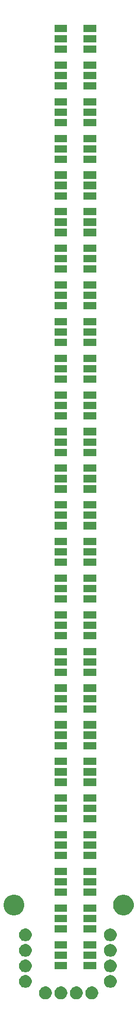
<source format=gbr>
G04 #@! TF.GenerationSoftware,KiCad,Pcbnew,(5.1.4)-1*
G04 #@! TF.CreationDate,2019-09-16T17:16:43+02:00*
G04 #@! TF.ProjectId,LED_Leiste,4c45445f-4c65-4697-9374-652e6b696361,rev?*
G04 #@! TF.SameCoordinates,Original*
G04 #@! TF.FileFunction,Soldermask,Top*
G04 #@! TF.FilePolarity,Negative*
%FSLAX46Y46*%
G04 Gerber Fmt 4.6, Leading zero omitted, Abs format (unit mm)*
G04 Created by KiCad (PCBNEW (5.1.4)-1) date 2019-09-16 17:16:43*
%MOMM*%
%LPD*%
G04 APERTURE LIST*
%ADD10C,0.100000*%
G04 APERTURE END LIST*
D10*
G36*
X304116564Y-203379389D02*
G01*
X304307833Y-203458615D01*
X304307835Y-203458616D01*
X304385649Y-203510610D01*
X304479973Y-203573635D01*
X304626365Y-203720027D01*
X304741385Y-203892167D01*
X304820611Y-204083436D01*
X304861000Y-204286484D01*
X304861000Y-204493516D01*
X304820611Y-204696564D01*
X304741385Y-204887833D01*
X304741384Y-204887835D01*
X304626365Y-205059973D01*
X304479973Y-205206365D01*
X304307835Y-205321384D01*
X304307834Y-205321385D01*
X304307833Y-205321385D01*
X304116564Y-205400611D01*
X303913516Y-205441000D01*
X303706484Y-205441000D01*
X303503436Y-205400611D01*
X303312167Y-205321385D01*
X303312166Y-205321385D01*
X303312165Y-205321384D01*
X303140027Y-205206365D01*
X302993635Y-205059973D01*
X302878616Y-204887835D01*
X302878615Y-204887833D01*
X302799389Y-204696564D01*
X302759000Y-204493516D01*
X302759000Y-204286484D01*
X302799389Y-204083436D01*
X302878615Y-203892167D01*
X302993635Y-203720027D01*
X303140027Y-203573635D01*
X303234351Y-203510610D01*
X303312165Y-203458616D01*
X303312167Y-203458615D01*
X303503436Y-203379389D01*
X303706484Y-203339000D01*
X303913516Y-203339000D01*
X304116564Y-203379389D01*
X304116564Y-203379389D01*
G37*
G36*
X301576564Y-203379389D02*
G01*
X301767833Y-203458615D01*
X301767835Y-203458616D01*
X301845649Y-203510610D01*
X301939973Y-203573635D01*
X302086365Y-203720027D01*
X302201385Y-203892167D01*
X302280611Y-204083436D01*
X302321000Y-204286484D01*
X302321000Y-204493516D01*
X302280611Y-204696564D01*
X302201385Y-204887833D01*
X302201384Y-204887835D01*
X302086365Y-205059973D01*
X301939973Y-205206365D01*
X301767835Y-205321384D01*
X301767834Y-205321385D01*
X301767833Y-205321385D01*
X301576564Y-205400611D01*
X301373516Y-205441000D01*
X301166484Y-205441000D01*
X300963436Y-205400611D01*
X300772167Y-205321385D01*
X300772166Y-205321385D01*
X300772165Y-205321384D01*
X300600027Y-205206365D01*
X300453635Y-205059973D01*
X300338616Y-204887835D01*
X300338615Y-204887833D01*
X300259389Y-204696564D01*
X300219000Y-204493516D01*
X300219000Y-204286484D01*
X300259389Y-204083436D01*
X300338615Y-203892167D01*
X300453635Y-203720027D01*
X300600027Y-203573635D01*
X300694351Y-203510610D01*
X300772165Y-203458616D01*
X300772167Y-203458615D01*
X300963436Y-203379389D01*
X301166484Y-203339000D01*
X301373516Y-203339000D01*
X301576564Y-203379389D01*
X301576564Y-203379389D01*
G37*
G36*
X296496564Y-203379389D02*
G01*
X296687833Y-203458615D01*
X296687835Y-203458616D01*
X296765649Y-203510610D01*
X296859973Y-203573635D01*
X297006365Y-203720027D01*
X297121385Y-203892167D01*
X297200611Y-204083436D01*
X297241000Y-204286484D01*
X297241000Y-204493516D01*
X297200611Y-204696564D01*
X297121385Y-204887833D01*
X297121384Y-204887835D01*
X297006365Y-205059973D01*
X296859973Y-205206365D01*
X296687835Y-205321384D01*
X296687834Y-205321385D01*
X296687833Y-205321385D01*
X296496564Y-205400611D01*
X296293516Y-205441000D01*
X296086484Y-205441000D01*
X295883436Y-205400611D01*
X295692167Y-205321385D01*
X295692166Y-205321385D01*
X295692165Y-205321384D01*
X295520027Y-205206365D01*
X295373635Y-205059973D01*
X295258616Y-204887835D01*
X295258615Y-204887833D01*
X295179389Y-204696564D01*
X295139000Y-204493516D01*
X295139000Y-204286484D01*
X295179389Y-204083436D01*
X295258615Y-203892167D01*
X295373635Y-203720027D01*
X295520027Y-203573635D01*
X295614351Y-203510610D01*
X295692165Y-203458616D01*
X295692167Y-203458615D01*
X295883436Y-203379389D01*
X296086484Y-203339000D01*
X296293516Y-203339000D01*
X296496564Y-203379389D01*
X296496564Y-203379389D01*
G37*
G36*
X299036564Y-203379389D02*
G01*
X299227833Y-203458615D01*
X299227835Y-203458616D01*
X299305649Y-203510610D01*
X299399973Y-203573635D01*
X299546365Y-203720027D01*
X299661385Y-203892167D01*
X299740611Y-204083436D01*
X299781000Y-204286484D01*
X299781000Y-204493516D01*
X299740611Y-204696564D01*
X299661385Y-204887833D01*
X299661384Y-204887835D01*
X299546365Y-205059973D01*
X299399973Y-205206365D01*
X299227835Y-205321384D01*
X299227834Y-205321385D01*
X299227833Y-205321385D01*
X299036564Y-205400611D01*
X298833516Y-205441000D01*
X298626484Y-205441000D01*
X298423436Y-205400611D01*
X298232167Y-205321385D01*
X298232166Y-205321385D01*
X298232165Y-205321384D01*
X298060027Y-205206365D01*
X297913635Y-205059973D01*
X297798616Y-204887835D01*
X297798615Y-204887833D01*
X297719389Y-204696564D01*
X297679000Y-204493516D01*
X297679000Y-204286484D01*
X297719389Y-204083436D01*
X297798615Y-203892167D01*
X297913635Y-203720027D01*
X298060027Y-203573635D01*
X298154351Y-203510610D01*
X298232165Y-203458616D01*
X298232167Y-203458615D01*
X298423436Y-203379389D01*
X298626484Y-203339000D01*
X298833516Y-203339000D01*
X299036564Y-203379389D01*
X299036564Y-203379389D01*
G37*
G36*
X293196564Y-201489389D02*
G01*
X293387833Y-201568615D01*
X293387835Y-201568616D01*
X293559973Y-201683635D01*
X293706365Y-201830027D01*
X293821385Y-202002167D01*
X293900611Y-202193436D01*
X293941000Y-202396484D01*
X293941000Y-202603516D01*
X293900611Y-202806564D01*
X293821385Y-202997833D01*
X293821384Y-202997835D01*
X293706365Y-203169973D01*
X293559973Y-203316365D01*
X293387835Y-203431384D01*
X293387834Y-203431385D01*
X293387833Y-203431385D01*
X293196564Y-203510611D01*
X292993516Y-203551000D01*
X292786484Y-203551000D01*
X292583436Y-203510611D01*
X292392167Y-203431385D01*
X292392166Y-203431385D01*
X292392165Y-203431384D01*
X292220027Y-203316365D01*
X292073635Y-203169973D01*
X291958616Y-202997835D01*
X291958615Y-202997833D01*
X291879389Y-202806564D01*
X291839000Y-202603516D01*
X291839000Y-202396484D01*
X291879389Y-202193436D01*
X291958615Y-202002167D01*
X292073635Y-201830027D01*
X292220027Y-201683635D01*
X292392165Y-201568616D01*
X292392167Y-201568615D01*
X292583436Y-201489389D01*
X292786484Y-201449000D01*
X292993516Y-201449000D01*
X293196564Y-201489389D01*
X293196564Y-201489389D01*
G37*
G36*
X307146564Y-201489389D02*
G01*
X307337833Y-201568615D01*
X307337835Y-201568616D01*
X307509973Y-201683635D01*
X307656365Y-201830027D01*
X307771385Y-202002167D01*
X307850611Y-202193436D01*
X307891000Y-202396484D01*
X307891000Y-202603516D01*
X307850611Y-202806564D01*
X307771385Y-202997833D01*
X307771384Y-202997835D01*
X307656365Y-203169973D01*
X307509973Y-203316365D01*
X307337835Y-203431384D01*
X307337834Y-203431385D01*
X307337833Y-203431385D01*
X307146564Y-203510611D01*
X306943516Y-203551000D01*
X306736484Y-203551000D01*
X306533436Y-203510611D01*
X306342167Y-203431385D01*
X306342166Y-203431385D01*
X306342165Y-203431384D01*
X306170027Y-203316365D01*
X306023635Y-203169973D01*
X305908616Y-202997835D01*
X305908615Y-202997833D01*
X305829389Y-202806564D01*
X305789000Y-202603516D01*
X305789000Y-202396484D01*
X305829389Y-202193436D01*
X305908615Y-202002167D01*
X306023635Y-201830027D01*
X306170027Y-201683635D01*
X306342165Y-201568616D01*
X306342167Y-201568615D01*
X306533436Y-201489389D01*
X306736484Y-201449000D01*
X306943516Y-201449000D01*
X307146564Y-201489389D01*
X307146564Y-201489389D01*
G37*
G36*
X293196564Y-198949389D02*
G01*
X293387833Y-199028615D01*
X293387835Y-199028616D01*
X293559973Y-199143635D01*
X293706365Y-199290027D01*
X293821385Y-199462167D01*
X293900611Y-199653436D01*
X293941000Y-199856484D01*
X293941000Y-200063516D01*
X293900611Y-200266564D01*
X293821385Y-200457833D01*
X293821384Y-200457835D01*
X293706365Y-200629973D01*
X293559973Y-200776365D01*
X293387835Y-200891384D01*
X293387834Y-200891385D01*
X293387833Y-200891385D01*
X293196564Y-200970611D01*
X292993516Y-201011000D01*
X292786484Y-201011000D01*
X292583436Y-200970611D01*
X292392167Y-200891385D01*
X292392166Y-200891385D01*
X292392165Y-200891384D01*
X292220027Y-200776365D01*
X292073635Y-200629973D01*
X291958616Y-200457835D01*
X291958615Y-200457833D01*
X291879389Y-200266564D01*
X291839000Y-200063516D01*
X291839000Y-199856484D01*
X291879389Y-199653436D01*
X291958615Y-199462167D01*
X292073635Y-199290027D01*
X292220027Y-199143635D01*
X292392165Y-199028616D01*
X292392167Y-199028615D01*
X292583436Y-198949389D01*
X292786484Y-198909000D01*
X292993516Y-198909000D01*
X293196564Y-198949389D01*
X293196564Y-198949389D01*
G37*
G36*
X307146564Y-198949389D02*
G01*
X307337833Y-199028615D01*
X307337835Y-199028616D01*
X307509973Y-199143635D01*
X307656365Y-199290027D01*
X307771385Y-199462167D01*
X307850611Y-199653436D01*
X307891000Y-199856484D01*
X307891000Y-200063516D01*
X307850611Y-200266564D01*
X307771385Y-200457833D01*
X307771384Y-200457835D01*
X307656365Y-200629973D01*
X307509973Y-200776365D01*
X307337835Y-200891384D01*
X307337834Y-200891385D01*
X307337833Y-200891385D01*
X307146564Y-200970611D01*
X306943516Y-201011000D01*
X306736484Y-201011000D01*
X306533436Y-200970611D01*
X306342167Y-200891385D01*
X306342166Y-200891385D01*
X306342165Y-200891384D01*
X306170027Y-200776365D01*
X306023635Y-200629973D01*
X305908616Y-200457835D01*
X305908615Y-200457833D01*
X305829389Y-200266564D01*
X305789000Y-200063516D01*
X305789000Y-199856484D01*
X305829389Y-199653436D01*
X305908615Y-199462167D01*
X306023635Y-199290027D01*
X306170027Y-199143635D01*
X306342165Y-199028616D01*
X306342167Y-199028615D01*
X306533436Y-198949389D01*
X306736484Y-198909000D01*
X306943516Y-198909000D01*
X307146564Y-198949389D01*
X307146564Y-198949389D01*
G37*
G36*
X299751000Y-200501000D02*
G01*
X297649000Y-200501000D01*
X297649000Y-199299000D01*
X299751000Y-199299000D01*
X299751000Y-200501000D01*
X299751000Y-200501000D01*
G37*
G36*
X304551000Y-200501000D02*
G01*
X302449000Y-200501000D01*
X302449000Y-199299000D01*
X304551000Y-199299000D01*
X304551000Y-200501000D01*
X304551000Y-200501000D01*
G37*
G36*
X299751000Y-198801000D02*
G01*
X297649000Y-198801000D01*
X297649000Y-197599000D01*
X299751000Y-197599000D01*
X299751000Y-198801000D01*
X299751000Y-198801000D01*
G37*
G36*
X304551000Y-198801000D02*
G01*
X302449000Y-198801000D01*
X302449000Y-197599000D01*
X304551000Y-197599000D01*
X304551000Y-198801000D01*
X304551000Y-198801000D01*
G37*
G36*
X293196564Y-196409389D02*
G01*
X293387833Y-196488615D01*
X293387835Y-196488616D01*
X293559973Y-196603635D01*
X293706365Y-196750027D01*
X293821385Y-196922167D01*
X293900611Y-197113436D01*
X293941000Y-197316484D01*
X293941000Y-197523516D01*
X293900611Y-197726564D01*
X293821385Y-197917833D01*
X293821384Y-197917835D01*
X293706365Y-198089973D01*
X293559973Y-198236365D01*
X293387835Y-198351384D01*
X293387834Y-198351385D01*
X293387833Y-198351385D01*
X293196564Y-198430611D01*
X292993516Y-198471000D01*
X292786484Y-198471000D01*
X292583436Y-198430611D01*
X292392167Y-198351385D01*
X292392166Y-198351385D01*
X292392165Y-198351384D01*
X292220027Y-198236365D01*
X292073635Y-198089973D01*
X291958616Y-197917835D01*
X291958615Y-197917833D01*
X291879389Y-197726564D01*
X291839000Y-197523516D01*
X291839000Y-197316484D01*
X291879389Y-197113436D01*
X291958615Y-196922167D01*
X292073635Y-196750027D01*
X292220027Y-196603635D01*
X292392165Y-196488616D01*
X292392167Y-196488615D01*
X292583436Y-196409389D01*
X292786484Y-196369000D01*
X292993516Y-196369000D01*
X293196564Y-196409389D01*
X293196564Y-196409389D01*
G37*
G36*
X307146564Y-196409389D02*
G01*
X307337833Y-196488615D01*
X307337835Y-196488616D01*
X307509973Y-196603635D01*
X307656365Y-196750027D01*
X307771385Y-196922167D01*
X307850611Y-197113436D01*
X307891000Y-197316484D01*
X307891000Y-197523516D01*
X307850611Y-197726564D01*
X307771385Y-197917833D01*
X307771384Y-197917835D01*
X307656365Y-198089973D01*
X307509973Y-198236365D01*
X307337835Y-198351384D01*
X307337834Y-198351385D01*
X307337833Y-198351385D01*
X307146564Y-198430611D01*
X306943516Y-198471000D01*
X306736484Y-198471000D01*
X306533436Y-198430611D01*
X306342167Y-198351385D01*
X306342166Y-198351385D01*
X306342165Y-198351384D01*
X306170027Y-198236365D01*
X306023635Y-198089973D01*
X305908616Y-197917835D01*
X305908615Y-197917833D01*
X305829389Y-197726564D01*
X305789000Y-197523516D01*
X305789000Y-197316484D01*
X305829389Y-197113436D01*
X305908615Y-196922167D01*
X306023635Y-196750027D01*
X306170027Y-196603635D01*
X306342165Y-196488616D01*
X306342167Y-196488615D01*
X306533436Y-196409389D01*
X306736484Y-196369000D01*
X306943516Y-196369000D01*
X307146564Y-196409389D01*
X307146564Y-196409389D01*
G37*
G36*
X304551000Y-197101000D02*
G01*
X302449000Y-197101000D01*
X302449000Y-195899000D01*
X304551000Y-195899000D01*
X304551000Y-197101000D01*
X304551000Y-197101000D01*
G37*
G36*
X299751000Y-197101000D02*
G01*
X297649000Y-197101000D01*
X297649000Y-195899000D01*
X299751000Y-195899000D01*
X299751000Y-197101000D01*
X299751000Y-197101000D01*
G37*
G36*
X293196564Y-193869389D02*
G01*
X293387833Y-193948615D01*
X293387835Y-193948616D01*
X293559973Y-194063635D01*
X293706365Y-194210027D01*
X293821385Y-194382167D01*
X293900611Y-194573436D01*
X293941000Y-194776484D01*
X293941000Y-194983516D01*
X293900611Y-195186564D01*
X293821385Y-195377833D01*
X293821384Y-195377835D01*
X293706365Y-195549973D01*
X293559973Y-195696365D01*
X293387835Y-195811384D01*
X293387834Y-195811385D01*
X293387833Y-195811385D01*
X293196564Y-195890611D01*
X292993516Y-195931000D01*
X292786484Y-195931000D01*
X292583436Y-195890611D01*
X292392167Y-195811385D01*
X292392166Y-195811385D01*
X292392165Y-195811384D01*
X292220027Y-195696365D01*
X292073635Y-195549973D01*
X291958616Y-195377835D01*
X291958615Y-195377833D01*
X291879389Y-195186564D01*
X291839000Y-194983516D01*
X291839000Y-194776484D01*
X291879389Y-194573436D01*
X291958615Y-194382167D01*
X292073635Y-194210027D01*
X292220027Y-194063635D01*
X292392165Y-193948616D01*
X292392167Y-193948615D01*
X292583436Y-193869389D01*
X292786484Y-193829000D01*
X292993516Y-193829000D01*
X293196564Y-193869389D01*
X293196564Y-193869389D01*
G37*
G36*
X307146564Y-193869389D02*
G01*
X307337833Y-193948615D01*
X307337835Y-193948616D01*
X307509973Y-194063635D01*
X307656365Y-194210027D01*
X307771385Y-194382167D01*
X307850611Y-194573436D01*
X307891000Y-194776484D01*
X307891000Y-194983516D01*
X307850611Y-195186564D01*
X307771385Y-195377833D01*
X307771384Y-195377835D01*
X307656365Y-195549973D01*
X307509973Y-195696365D01*
X307337835Y-195811384D01*
X307337834Y-195811385D01*
X307337833Y-195811385D01*
X307146564Y-195890611D01*
X306943516Y-195931000D01*
X306736484Y-195931000D01*
X306533436Y-195890611D01*
X306342167Y-195811385D01*
X306342166Y-195811385D01*
X306342165Y-195811384D01*
X306170027Y-195696365D01*
X306023635Y-195549973D01*
X305908616Y-195377835D01*
X305908615Y-195377833D01*
X305829389Y-195186564D01*
X305789000Y-194983516D01*
X305789000Y-194776484D01*
X305829389Y-194573436D01*
X305908615Y-194382167D01*
X306023635Y-194210027D01*
X306170027Y-194063635D01*
X306342165Y-193948616D01*
X306342167Y-193948615D01*
X306533436Y-193869389D01*
X306736484Y-193829000D01*
X306943516Y-193829000D01*
X307146564Y-193869389D01*
X307146564Y-193869389D01*
G37*
G36*
X299751000Y-194501000D02*
G01*
X297649000Y-194501000D01*
X297649000Y-193299000D01*
X299751000Y-193299000D01*
X299751000Y-194501000D01*
X299751000Y-194501000D01*
G37*
G36*
X304551000Y-194501000D02*
G01*
X302449000Y-194501000D01*
X302449000Y-193299000D01*
X304551000Y-193299000D01*
X304551000Y-194501000D01*
X304551000Y-194501000D01*
G37*
G36*
X299751000Y-192801000D02*
G01*
X297649000Y-192801000D01*
X297649000Y-191599000D01*
X299751000Y-191599000D01*
X299751000Y-192801000D01*
X299751000Y-192801000D01*
G37*
G36*
X304551000Y-192801000D02*
G01*
X302449000Y-192801000D01*
X302449000Y-191599000D01*
X304551000Y-191599000D01*
X304551000Y-192801000D01*
X304551000Y-192801000D01*
G37*
G36*
X291496162Y-188364368D02*
G01*
X291805724Y-188492593D01*
X291805725Y-188492594D01*
X292084324Y-188678747D01*
X292321253Y-188915676D01*
X292445637Y-189101830D01*
X292507407Y-189194276D01*
X292635632Y-189503838D01*
X292701000Y-189832465D01*
X292701000Y-190167535D01*
X292635632Y-190496162D01*
X292507407Y-190805724D01*
X292507406Y-190805725D01*
X292321253Y-191084324D01*
X292084324Y-191321253D01*
X291898170Y-191445637D01*
X291805724Y-191507407D01*
X291496162Y-191635632D01*
X291167535Y-191701000D01*
X290832465Y-191701000D01*
X290503838Y-191635632D01*
X290194276Y-191507407D01*
X290101830Y-191445637D01*
X289915676Y-191321253D01*
X289678747Y-191084324D01*
X289492594Y-190805725D01*
X289492593Y-190805724D01*
X289364368Y-190496162D01*
X289299000Y-190167535D01*
X289299000Y-189832465D01*
X289364368Y-189503838D01*
X289492593Y-189194276D01*
X289554363Y-189101830D01*
X289678747Y-188915676D01*
X289915676Y-188678747D01*
X290194275Y-188492594D01*
X290194276Y-188492593D01*
X290503838Y-188364368D01*
X290832465Y-188299000D01*
X291167535Y-188299000D01*
X291496162Y-188364368D01*
X291496162Y-188364368D01*
G37*
G36*
X309496162Y-188364368D02*
G01*
X309805724Y-188492593D01*
X309805725Y-188492594D01*
X310084324Y-188678747D01*
X310321253Y-188915676D01*
X310445637Y-189101830D01*
X310507407Y-189194276D01*
X310635632Y-189503838D01*
X310701000Y-189832465D01*
X310701000Y-190167535D01*
X310635632Y-190496162D01*
X310507407Y-190805724D01*
X310507406Y-190805725D01*
X310321253Y-191084324D01*
X310084324Y-191321253D01*
X309898170Y-191445637D01*
X309805724Y-191507407D01*
X309496162Y-191635632D01*
X309167535Y-191701000D01*
X308832465Y-191701000D01*
X308503838Y-191635632D01*
X308194276Y-191507407D01*
X308101830Y-191445637D01*
X307915676Y-191321253D01*
X307678747Y-191084324D01*
X307492594Y-190805725D01*
X307492593Y-190805724D01*
X307364368Y-190496162D01*
X307299000Y-190167535D01*
X307299000Y-189832465D01*
X307364368Y-189503838D01*
X307492593Y-189194276D01*
X307554363Y-189101830D01*
X307678747Y-188915676D01*
X307915676Y-188678747D01*
X308194275Y-188492594D01*
X308194276Y-188492593D01*
X308503838Y-188364368D01*
X308832465Y-188299000D01*
X309167535Y-188299000D01*
X309496162Y-188364368D01*
X309496162Y-188364368D01*
G37*
G36*
X299751000Y-191101000D02*
G01*
X297649000Y-191101000D01*
X297649000Y-189899000D01*
X299751000Y-189899000D01*
X299751000Y-191101000D01*
X299751000Y-191101000D01*
G37*
G36*
X304551000Y-191101000D02*
G01*
X302449000Y-191101000D01*
X302449000Y-189899000D01*
X304551000Y-189899000D01*
X304551000Y-191101000D01*
X304551000Y-191101000D01*
G37*
G36*
X304551000Y-188501000D02*
G01*
X302449000Y-188501000D01*
X302449000Y-187299000D01*
X304551000Y-187299000D01*
X304551000Y-188501000D01*
X304551000Y-188501000D01*
G37*
G36*
X299751000Y-188501000D02*
G01*
X297649000Y-188501000D01*
X297649000Y-187299000D01*
X299751000Y-187299000D01*
X299751000Y-188501000D01*
X299751000Y-188501000D01*
G37*
G36*
X299751000Y-186801000D02*
G01*
X297649000Y-186801000D01*
X297649000Y-185599000D01*
X299751000Y-185599000D01*
X299751000Y-186801000D01*
X299751000Y-186801000D01*
G37*
G36*
X304551000Y-186801000D02*
G01*
X302449000Y-186801000D01*
X302449000Y-185599000D01*
X304551000Y-185599000D01*
X304551000Y-186801000D01*
X304551000Y-186801000D01*
G37*
G36*
X299751000Y-185101000D02*
G01*
X297649000Y-185101000D01*
X297649000Y-183899000D01*
X299751000Y-183899000D01*
X299751000Y-185101000D01*
X299751000Y-185101000D01*
G37*
G36*
X304551000Y-185101000D02*
G01*
X302449000Y-185101000D01*
X302449000Y-183899000D01*
X304551000Y-183899000D01*
X304551000Y-185101000D01*
X304551000Y-185101000D01*
G37*
G36*
X299751000Y-182501000D02*
G01*
X297649000Y-182501000D01*
X297649000Y-181299000D01*
X299751000Y-181299000D01*
X299751000Y-182501000D01*
X299751000Y-182501000D01*
G37*
G36*
X304551000Y-182501000D02*
G01*
X302449000Y-182501000D01*
X302449000Y-181299000D01*
X304551000Y-181299000D01*
X304551000Y-182501000D01*
X304551000Y-182501000D01*
G37*
G36*
X299751000Y-180801000D02*
G01*
X297649000Y-180801000D01*
X297649000Y-179599000D01*
X299751000Y-179599000D01*
X299751000Y-180801000D01*
X299751000Y-180801000D01*
G37*
G36*
X304551000Y-180801000D02*
G01*
X302449000Y-180801000D01*
X302449000Y-179599000D01*
X304551000Y-179599000D01*
X304551000Y-180801000D01*
X304551000Y-180801000D01*
G37*
G36*
X304551000Y-179101000D02*
G01*
X302449000Y-179101000D01*
X302449000Y-177899000D01*
X304551000Y-177899000D01*
X304551000Y-179101000D01*
X304551000Y-179101000D01*
G37*
G36*
X299751000Y-179101000D02*
G01*
X297649000Y-179101000D01*
X297649000Y-177899000D01*
X299751000Y-177899000D01*
X299751000Y-179101000D01*
X299751000Y-179101000D01*
G37*
G36*
X304551000Y-176501000D02*
G01*
X302449000Y-176501000D01*
X302449000Y-175299000D01*
X304551000Y-175299000D01*
X304551000Y-176501000D01*
X304551000Y-176501000D01*
G37*
G36*
X299751000Y-176501000D02*
G01*
X297649000Y-176501000D01*
X297649000Y-175299000D01*
X299751000Y-175299000D01*
X299751000Y-176501000D01*
X299751000Y-176501000D01*
G37*
G36*
X299751000Y-174801000D02*
G01*
X297649000Y-174801000D01*
X297649000Y-173599000D01*
X299751000Y-173599000D01*
X299751000Y-174801000D01*
X299751000Y-174801000D01*
G37*
G36*
X304551000Y-174801000D02*
G01*
X302449000Y-174801000D01*
X302449000Y-173599000D01*
X304551000Y-173599000D01*
X304551000Y-174801000D01*
X304551000Y-174801000D01*
G37*
G36*
X304551000Y-173101000D02*
G01*
X302449000Y-173101000D01*
X302449000Y-171899000D01*
X304551000Y-171899000D01*
X304551000Y-173101000D01*
X304551000Y-173101000D01*
G37*
G36*
X299751000Y-173101000D02*
G01*
X297649000Y-173101000D01*
X297649000Y-171899000D01*
X299751000Y-171899000D01*
X299751000Y-173101000D01*
X299751000Y-173101000D01*
G37*
G36*
X304551000Y-170501000D02*
G01*
X302449000Y-170501000D01*
X302449000Y-169299000D01*
X304551000Y-169299000D01*
X304551000Y-170501000D01*
X304551000Y-170501000D01*
G37*
G36*
X299751000Y-170501000D02*
G01*
X297649000Y-170501000D01*
X297649000Y-169299000D01*
X299751000Y-169299000D01*
X299751000Y-170501000D01*
X299751000Y-170501000D01*
G37*
G36*
X299751000Y-168801000D02*
G01*
X297649000Y-168801000D01*
X297649000Y-167599000D01*
X299751000Y-167599000D01*
X299751000Y-168801000D01*
X299751000Y-168801000D01*
G37*
G36*
X304551000Y-168801000D02*
G01*
X302449000Y-168801000D01*
X302449000Y-167599000D01*
X304551000Y-167599000D01*
X304551000Y-168801000D01*
X304551000Y-168801000D01*
G37*
G36*
X304551000Y-167101000D02*
G01*
X302449000Y-167101000D01*
X302449000Y-165899000D01*
X304551000Y-165899000D01*
X304551000Y-167101000D01*
X304551000Y-167101000D01*
G37*
G36*
X299751000Y-167101000D02*
G01*
X297649000Y-167101000D01*
X297649000Y-165899000D01*
X299751000Y-165899000D01*
X299751000Y-167101000D01*
X299751000Y-167101000D01*
G37*
G36*
X299751000Y-164501000D02*
G01*
X297649000Y-164501000D01*
X297649000Y-163299000D01*
X299751000Y-163299000D01*
X299751000Y-164501000D01*
X299751000Y-164501000D01*
G37*
G36*
X304551000Y-164501000D02*
G01*
X302449000Y-164501000D01*
X302449000Y-163299000D01*
X304551000Y-163299000D01*
X304551000Y-164501000D01*
X304551000Y-164501000D01*
G37*
G36*
X299751000Y-162801000D02*
G01*
X297649000Y-162801000D01*
X297649000Y-161599000D01*
X299751000Y-161599000D01*
X299751000Y-162801000D01*
X299751000Y-162801000D01*
G37*
G36*
X304551000Y-162801000D02*
G01*
X302449000Y-162801000D01*
X302449000Y-161599000D01*
X304551000Y-161599000D01*
X304551000Y-162801000D01*
X304551000Y-162801000D01*
G37*
G36*
X299751000Y-161101000D02*
G01*
X297649000Y-161101000D01*
X297649000Y-159899000D01*
X299751000Y-159899000D01*
X299751000Y-161101000D01*
X299751000Y-161101000D01*
G37*
G36*
X304551000Y-161101000D02*
G01*
X302449000Y-161101000D01*
X302449000Y-159899000D01*
X304551000Y-159899000D01*
X304551000Y-161101000D01*
X304551000Y-161101000D01*
G37*
G36*
X299751000Y-158501000D02*
G01*
X297649000Y-158501000D01*
X297649000Y-157299000D01*
X299751000Y-157299000D01*
X299751000Y-158501000D01*
X299751000Y-158501000D01*
G37*
G36*
X304551000Y-158501000D02*
G01*
X302449000Y-158501000D01*
X302449000Y-157299000D01*
X304551000Y-157299000D01*
X304551000Y-158501000D01*
X304551000Y-158501000D01*
G37*
G36*
X299751000Y-156801000D02*
G01*
X297649000Y-156801000D01*
X297649000Y-155599000D01*
X299751000Y-155599000D01*
X299751000Y-156801000D01*
X299751000Y-156801000D01*
G37*
G36*
X304551000Y-156801000D02*
G01*
X302449000Y-156801000D01*
X302449000Y-155599000D01*
X304551000Y-155599000D01*
X304551000Y-156801000D01*
X304551000Y-156801000D01*
G37*
G36*
X299751000Y-155101000D02*
G01*
X297649000Y-155101000D01*
X297649000Y-153899000D01*
X299751000Y-153899000D01*
X299751000Y-155101000D01*
X299751000Y-155101000D01*
G37*
G36*
X304551000Y-155101000D02*
G01*
X302449000Y-155101000D01*
X302449000Y-153899000D01*
X304551000Y-153899000D01*
X304551000Y-155101000D01*
X304551000Y-155101000D01*
G37*
G36*
X304551000Y-152501000D02*
G01*
X302449000Y-152501000D01*
X302449000Y-151299000D01*
X304551000Y-151299000D01*
X304551000Y-152501000D01*
X304551000Y-152501000D01*
G37*
G36*
X299751000Y-152501000D02*
G01*
X297649000Y-152501000D01*
X297649000Y-151299000D01*
X299751000Y-151299000D01*
X299751000Y-152501000D01*
X299751000Y-152501000D01*
G37*
G36*
X299751000Y-150801000D02*
G01*
X297649000Y-150801000D01*
X297649000Y-149599000D01*
X299751000Y-149599000D01*
X299751000Y-150801000D01*
X299751000Y-150801000D01*
G37*
G36*
X304551000Y-150801000D02*
G01*
X302449000Y-150801000D01*
X302449000Y-149599000D01*
X304551000Y-149599000D01*
X304551000Y-150801000D01*
X304551000Y-150801000D01*
G37*
G36*
X299751000Y-149101000D02*
G01*
X297649000Y-149101000D01*
X297649000Y-147899000D01*
X299751000Y-147899000D01*
X299751000Y-149101000D01*
X299751000Y-149101000D01*
G37*
G36*
X304551000Y-149101000D02*
G01*
X302449000Y-149101000D01*
X302449000Y-147899000D01*
X304551000Y-147899000D01*
X304551000Y-149101000D01*
X304551000Y-149101000D01*
G37*
G36*
X299751000Y-146501000D02*
G01*
X297649000Y-146501000D01*
X297649000Y-145299000D01*
X299751000Y-145299000D01*
X299751000Y-146501000D01*
X299751000Y-146501000D01*
G37*
G36*
X304551000Y-146501000D02*
G01*
X302449000Y-146501000D01*
X302449000Y-145299000D01*
X304551000Y-145299000D01*
X304551000Y-146501000D01*
X304551000Y-146501000D01*
G37*
G36*
X304551000Y-144801000D02*
G01*
X302449000Y-144801000D01*
X302449000Y-143599000D01*
X304551000Y-143599000D01*
X304551000Y-144801000D01*
X304551000Y-144801000D01*
G37*
G36*
X299751000Y-144801000D02*
G01*
X297649000Y-144801000D01*
X297649000Y-143599000D01*
X299751000Y-143599000D01*
X299751000Y-144801000D01*
X299751000Y-144801000D01*
G37*
G36*
X299751000Y-143101000D02*
G01*
X297649000Y-143101000D01*
X297649000Y-141899000D01*
X299751000Y-141899000D01*
X299751000Y-143101000D01*
X299751000Y-143101000D01*
G37*
G36*
X304551000Y-143101000D02*
G01*
X302449000Y-143101000D01*
X302449000Y-141899000D01*
X304551000Y-141899000D01*
X304551000Y-143101000D01*
X304551000Y-143101000D01*
G37*
G36*
X304551000Y-140501000D02*
G01*
X302449000Y-140501000D01*
X302449000Y-139299000D01*
X304551000Y-139299000D01*
X304551000Y-140501000D01*
X304551000Y-140501000D01*
G37*
G36*
X299751000Y-140501000D02*
G01*
X297649000Y-140501000D01*
X297649000Y-139299000D01*
X299751000Y-139299000D01*
X299751000Y-140501000D01*
X299751000Y-140501000D01*
G37*
G36*
X304551000Y-138801000D02*
G01*
X302449000Y-138801000D01*
X302449000Y-137599000D01*
X304551000Y-137599000D01*
X304551000Y-138801000D01*
X304551000Y-138801000D01*
G37*
G36*
X299751000Y-138801000D02*
G01*
X297649000Y-138801000D01*
X297649000Y-137599000D01*
X299751000Y-137599000D01*
X299751000Y-138801000D01*
X299751000Y-138801000D01*
G37*
G36*
X299751000Y-137101000D02*
G01*
X297649000Y-137101000D01*
X297649000Y-135899000D01*
X299751000Y-135899000D01*
X299751000Y-137101000D01*
X299751000Y-137101000D01*
G37*
G36*
X304551000Y-137101000D02*
G01*
X302449000Y-137101000D01*
X302449000Y-135899000D01*
X304551000Y-135899000D01*
X304551000Y-137101000D01*
X304551000Y-137101000D01*
G37*
G36*
X304551000Y-134501000D02*
G01*
X302449000Y-134501000D01*
X302449000Y-133299000D01*
X304551000Y-133299000D01*
X304551000Y-134501000D01*
X304551000Y-134501000D01*
G37*
G36*
X299751000Y-134501000D02*
G01*
X297649000Y-134501000D01*
X297649000Y-133299000D01*
X299751000Y-133299000D01*
X299751000Y-134501000D01*
X299751000Y-134501000D01*
G37*
G36*
X304551000Y-132801000D02*
G01*
X302449000Y-132801000D01*
X302449000Y-131599000D01*
X304551000Y-131599000D01*
X304551000Y-132801000D01*
X304551000Y-132801000D01*
G37*
G36*
X299751000Y-132801000D02*
G01*
X297649000Y-132801000D01*
X297649000Y-131599000D01*
X299751000Y-131599000D01*
X299751000Y-132801000D01*
X299751000Y-132801000D01*
G37*
G36*
X299751000Y-131101000D02*
G01*
X297649000Y-131101000D01*
X297649000Y-129899000D01*
X299751000Y-129899000D01*
X299751000Y-131101000D01*
X299751000Y-131101000D01*
G37*
G36*
X304551000Y-131101000D02*
G01*
X302449000Y-131101000D01*
X302449000Y-129899000D01*
X304551000Y-129899000D01*
X304551000Y-131101000D01*
X304551000Y-131101000D01*
G37*
G36*
X299751000Y-128501000D02*
G01*
X297649000Y-128501000D01*
X297649000Y-127299000D01*
X299751000Y-127299000D01*
X299751000Y-128501000D01*
X299751000Y-128501000D01*
G37*
G36*
X304551000Y-128501000D02*
G01*
X302449000Y-128501000D01*
X302449000Y-127299000D01*
X304551000Y-127299000D01*
X304551000Y-128501000D01*
X304551000Y-128501000D01*
G37*
G36*
X299751000Y-126801000D02*
G01*
X297649000Y-126801000D01*
X297649000Y-125599000D01*
X299751000Y-125599000D01*
X299751000Y-126801000D01*
X299751000Y-126801000D01*
G37*
G36*
X304551000Y-126801000D02*
G01*
X302449000Y-126801000D01*
X302449000Y-125599000D01*
X304551000Y-125599000D01*
X304551000Y-126801000D01*
X304551000Y-126801000D01*
G37*
G36*
X304551000Y-125101000D02*
G01*
X302449000Y-125101000D01*
X302449000Y-123899000D01*
X304551000Y-123899000D01*
X304551000Y-125101000D01*
X304551000Y-125101000D01*
G37*
G36*
X299751000Y-125101000D02*
G01*
X297649000Y-125101000D01*
X297649000Y-123899000D01*
X299751000Y-123899000D01*
X299751000Y-125101000D01*
X299751000Y-125101000D01*
G37*
G36*
X304551000Y-122501000D02*
G01*
X302449000Y-122501000D01*
X302449000Y-121299000D01*
X304551000Y-121299000D01*
X304551000Y-122501000D01*
X304551000Y-122501000D01*
G37*
G36*
X299751000Y-122501000D02*
G01*
X297649000Y-122501000D01*
X297649000Y-121299000D01*
X299751000Y-121299000D01*
X299751000Y-122501000D01*
X299751000Y-122501000D01*
G37*
G36*
X304551000Y-120801000D02*
G01*
X302449000Y-120801000D01*
X302449000Y-119599000D01*
X304551000Y-119599000D01*
X304551000Y-120801000D01*
X304551000Y-120801000D01*
G37*
G36*
X299751000Y-120801000D02*
G01*
X297649000Y-120801000D01*
X297649000Y-119599000D01*
X299751000Y-119599000D01*
X299751000Y-120801000D01*
X299751000Y-120801000D01*
G37*
G36*
X304551000Y-119101000D02*
G01*
X302449000Y-119101000D01*
X302449000Y-117899000D01*
X304551000Y-117899000D01*
X304551000Y-119101000D01*
X304551000Y-119101000D01*
G37*
G36*
X299751000Y-119101000D02*
G01*
X297649000Y-119101000D01*
X297649000Y-117899000D01*
X299751000Y-117899000D01*
X299751000Y-119101000D01*
X299751000Y-119101000D01*
G37*
G36*
X299751000Y-116501000D02*
G01*
X297649000Y-116501000D01*
X297649000Y-115299000D01*
X299751000Y-115299000D01*
X299751000Y-116501000D01*
X299751000Y-116501000D01*
G37*
G36*
X304551000Y-116501000D02*
G01*
X302449000Y-116501000D01*
X302449000Y-115299000D01*
X304551000Y-115299000D01*
X304551000Y-116501000D01*
X304551000Y-116501000D01*
G37*
G36*
X299751000Y-114801000D02*
G01*
X297649000Y-114801000D01*
X297649000Y-113599000D01*
X299751000Y-113599000D01*
X299751000Y-114801000D01*
X299751000Y-114801000D01*
G37*
G36*
X304551000Y-114801000D02*
G01*
X302449000Y-114801000D01*
X302449000Y-113599000D01*
X304551000Y-113599000D01*
X304551000Y-114801000D01*
X304551000Y-114801000D01*
G37*
G36*
X304551000Y-113101000D02*
G01*
X302449000Y-113101000D01*
X302449000Y-111899000D01*
X304551000Y-111899000D01*
X304551000Y-113101000D01*
X304551000Y-113101000D01*
G37*
G36*
X299751000Y-113101000D02*
G01*
X297649000Y-113101000D01*
X297649000Y-111899000D01*
X299751000Y-111899000D01*
X299751000Y-113101000D01*
X299751000Y-113101000D01*
G37*
G36*
X304551000Y-110501000D02*
G01*
X302449000Y-110501000D01*
X302449000Y-109299000D01*
X304551000Y-109299000D01*
X304551000Y-110501000D01*
X304551000Y-110501000D01*
G37*
G36*
X299751000Y-110501000D02*
G01*
X297649000Y-110501000D01*
X297649000Y-109299000D01*
X299751000Y-109299000D01*
X299751000Y-110501000D01*
X299751000Y-110501000D01*
G37*
G36*
X304551000Y-108801000D02*
G01*
X302449000Y-108801000D01*
X302449000Y-107599000D01*
X304551000Y-107599000D01*
X304551000Y-108801000D01*
X304551000Y-108801000D01*
G37*
G36*
X299751000Y-108801000D02*
G01*
X297649000Y-108801000D01*
X297649000Y-107599000D01*
X299751000Y-107599000D01*
X299751000Y-108801000D01*
X299751000Y-108801000D01*
G37*
G36*
X299751000Y-107101000D02*
G01*
X297649000Y-107101000D01*
X297649000Y-105899000D01*
X299751000Y-105899000D01*
X299751000Y-107101000D01*
X299751000Y-107101000D01*
G37*
G36*
X304551000Y-107101000D02*
G01*
X302449000Y-107101000D01*
X302449000Y-105899000D01*
X304551000Y-105899000D01*
X304551000Y-107101000D01*
X304551000Y-107101000D01*
G37*
G36*
X304551000Y-104501000D02*
G01*
X302449000Y-104501000D01*
X302449000Y-103299000D01*
X304551000Y-103299000D01*
X304551000Y-104501000D01*
X304551000Y-104501000D01*
G37*
G36*
X299751000Y-104501000D02*
G01*
X297649000Y-104501000D01*
X297649000Y-103299000D01*
X299751000Y-103299000D01*
X299751000Y-104501000D01*
X299751000Y-104501000D01*
G37*
G36*
X304551000Y-102801000D02*
G01*
X302449000Y-102801000D01*
X302449000Y-101599000D01*
X304551000Y-101599000D01*
X304551000Y-102801000D01*
X304551000Y-102801000D01*
G37*
G36*
X299751000Y-102801000D02*
G01*
X297649000Y-102801000D01*
X297649000Y-101599000D01*
X299751000Y-101599000D01*
X299751000Y-102801000D01*
X299751000Y-102801000D01*
G37*
G36*
X304551000Y-101101000D02*
G01*
X302449000Y-101101000D01*
X302449000Y-99899000D01*
X304551000Y-99899000D01*
X304551000Y-101101000D01*
X304551000Y-101101000D01*
G37*
G36*
X299751000Y-101101000D02*
G01*
X297649000Y-101101000D01*
X297649000Y-99899000D01*
X299751000Y-99899000D01*
X299751000Y-101101000D01*
X299751000Y-101101000D01*
G37*
G36*
X299751000Y-98501000D02*
G01*
X297649000Y-98501000D01*
X297649000Y-97299000D01*
X299751000Y-97299000D01*
X299751000Y-98501000D01*
X299751000Y-98501000D01*
G37*
G36*
X304551000Y-98501000D02*
G01*
X302449000Y-98501000D01*
X302449000Y-97299000D01*
X304551000Y-97299000D01*
X304551000Y-98501000D01*
X304551000Y-98501000D01*
G37*
G36*
X299751000Y-96801000D02*
G01*
X297649000Y-96801000D01*
X297649000Y-95599000D01*
X299751000Y-95599000D01*
X299751000Y-96801000D01*
X299751000Y-96801000D01*
G37*
G36*
X304551000Y-96801000D02*
G01*
X302449000Y-96801000D01*
X302449000Y-95599000D01*
X304551000Y-95599000D01*
X304551000Y-96801000D01*
X304551000Y-96801000D01*
G37*
G36*
X299751000Y-95101000D02*
G01*
X297649000Y-95101000D01*
X297649000Y-93899000D01*
X299751000Y-93899000D01*
X299751000Y-95101000D01*
X299751000Y-95101000D01*
G37*
G36*
X304551000Y-95101000D02*
G01*
X302449000Y-95101000D01*
X302449000Y-93899000D01*
X304551000Y-93899000D01*
X304551000Y-95101000D01*
X304551000Y-95101000D01*
G37*
G36*
X304551000Y-92501000D02*
G01*
X302449000Y-92501000D01*
X302449000Y-91299000D01*
X304551000Y-91299000D01*
X304551000Y-92501000D01*
X304551000Y-92501000D01*
G37*
G36*
X299751000Y-92501000D02*
G01*
X297649000Y-92501000D01*
X297649000Y-91299000D01*
X299751000Y-91299000D01*
X299751000Y-92501000D01*
X299751000Y-92501000D01*
G37*
G36*
X304551000Y-90801000D02*
G01*
X302449000Y-90801000D01*
X302449000Y-89599000D01*
X304551000Y-89599000D01*
X304551000Y-90801000D01*
X304551000Y-90801000D01*
G37*
G36*
X299751000Y-90801000D02*
G01*
X297649000Y-90801000D01*
X297649000Y-89599000D01*
X299751000Y-89599000D01*
X299751000Y-90801000D01*
X299751000Y-90801000D01*
G37*
G36*
X299751000Y-89101000D02*
G01*
X297649000Y-89101000D01*
X297649000Y-87899000D01*
X299751000Y-87899000D01*
X299751000Y-89101000D01*
X299751000Y-89101000D01*
G37*
G36*
X304551000Y-89101000D02*
G01*
X302449000Y-89101000D01*
X302449000Y-87899000D01*
X304551000Y-87899000D01*
X304551000Y-89101000D01*
X304551000Y-89101000D01*
G37*
G36*
X304551000Y-86501000D02*
G01*
X302449000Y-86501000D01*
X302449000Y-85299000D01*
X304551000Y-85299000D01*
X304551000Y-86501000D01*
X304551000Y-86501000D01*
G37*
G36*
X299751000Y-86501000D02*
G01*
X297649000Y-86501000D01*
X297649000Y-85299000D01*
X299751000Y-85299000D01*
X299751000Y-86501000D01*
X299751000Y-86501000D01*
G37*
G36*
X304551000Y-84801000D02*
G01*
X302449000Y-84801000D01*
X302449000Y-83599000D01*
X304551000Y-83599000D01*
X304551000Y-84801000D01*
X304551000Y-84801000D01*
G37*
G36*
X299751000Y-84801000D02*
G01*
X297649000Y-84801000D01*
X297649000Y-83599000D01*
X299751000Y-83599000D01*
X299751000Y-84801000D01*
X299751000Y-84801000D01*
G37*
G36*
X304551000Y-83101000D02*
G01*
X302449000Y-83101000D01*
X302449000Y-81899000D01*
X304551000Y-81899000D01*
X304551000Y-83101000D01*
X304551000Y-83101000D01*
G37*
G36*
X299751000Y-83101000D02*
G01*
X297649000Y-83101000D01*
X297649000Y-81899000D01*
X299751000Y-81899000D01*
X299751000Y-83101000D01*
X299751000Y-83101000D01*
G37*
G36*
X299751000Y-80501000D02*
G01*
X297649000Y-80501000D01*
X297649000Y-79299000D01*
X299751000Y-79299000D01*
X299751000Y-80501000D01*
X299751000Y-80501000D01*
G37*
G36*
X304551000Y-80501000D02*
G01*
X302449000Y-80501000D01*
X302449000Y-79299000D01*
X304551000Y-79299000D01*
X304551000Y-80501000D01*
X304551000Y-80501000D01*
G37*
G36*
X299751000Y-78801000D02*
G01*
X297649000Y-78801000D01*
X297649000Y-77599000D01*
X299751000Y-77599000D01*
X299751000Y-78801000D01*
X299751000Y-78801000D01*
G37*
G36*
X304551000Y-78801000D02*
G01*
X302449000Y-78801000D01*
X302449000Y-77599000D01*
X304551000Y-77599000D01*
X304551000Y-78801000D01*
X304551000Y-78801000D01*
G37*
G36*
X299751000Y-77101000D02*
G01*
X297649000Y-77101000D01*
X297649000Y-75899000D01*
X299751000Y-75899000D01*
X299751000Y-77101000D01*
X299751000Y-77101000D01*
G37*
G36*
X304551000Y-77101000D02*
G01*
X302449000Y-77101000D01*
X302449000Y-75899000D01*
X304551000Y-75899000D01*
X304551000Y-77101000D01*
X304551000Y-77101000D01*
G37*
G36*
X299751000Y-74501000D02*
G01*
X297649000Y-74501000D01*
X297649000Y-73299000D01*
X299751000Y-73299000D01*
X299751000Y-74501000D01*
X299751000Y-74501000D01*
G37*
G36*
X304551000Y-74501000D02*
G01*
X302449000Y-74501000D01*
X302449000Y-73299000D01*
X304551000Y-73299000D01*
X304551000Y-74501000D01*
X304551000Y-74501000D01*
G37*
G36*
X299751000Y-72801000D02*
G01*
X297649000Y-72801000D01*
X297649000Y-71599000D01*
X299751000Y-71599000D01*
X299751000Y-72801000D01*
X299751000Y-72801000D01*
G37*
G36*
X304551000Y-72801000D02*
G01*
X302449000Y-72801000D01*
X302449000Y-71599000D01*
X304551000Y-71599000D01*
X304551000Y-72801000D01*
X304551000Y-72801000D01*
G37*
G36*
X299751000Y-71101000D02*
G01*
X297649000Y-71101000D01*
X297649000Y-69899000D01*
X299751000Y-69899000D01*
X299751000Y-71101000D01*
X299751000Y-71101000D01*
G37*
G36*
X304551000Y-71101000D02*
G01*
X302449000Y-71101000D01*
X302449000Y-69899000D01*
X304551000Y-69899000D01*
X304551000Y-71101000D01*
X304551000Y-71101000D01*
G37*
G36*
X304551000Y-68501000D02*
G01*
X302449000Y-68501000D01*
X302449000Y-67299000D01*
X304551000Y-67299000D01*
X304551000Y-68501000D01*
X304551000Y-68501000D01*
G37*
G36*
X299751000Y-68501000D02*
G01*
X297649000Y-68501000D01*
X297649000Y-67299000D01*
X299751000Y-67299000D01*
X299751000Y-68501000D01*
X299751000Y-68501000D01*
G37*
G36*
X304551000Y-66801000D02*
G01*
X302449000Y-66801000D01*
X302449000Y-65599000D01*
X304551000Y-65599000D01*
X304551000Y-66801000D01*
X304551000Y-66801000D01*
G37*
G36*
X299751000Y-66801000D02*
G01*
X297649000Y-66801000D01*
X297649000Y-65599000D01*
X299751000Y-65599000D01*
X299751000Y-66801000D01*
X299751000Y-66801000D01*
G37*
G36*
X304551000Y-65101000D02*
G01*
X302449000Y-65101000D01*
X302449000Y-63899000D01*
X304551000Y-63899000D01*
X304551000Y-65101000D01*
X304551000Y-65101000D01*
G37*
G36*
X299751000Y-65101000D02*
G01*
X297649000Y-65101000D01*
X297649000Y-63899000D01*
X299751000Y-63899000D01*
X299751000Y-65101000D01*
X299751000Y-65101000D01*
G37*
G36*
X299751000Y-62501000D02*
G01*
X297649000Y-62501000D01*
X297649000Y-61299000D01*
X299751000Y-61299000D01*
X299751000Y-62501000D01*
X299751000Y-62501000D01*
G37*
G36*
X304551000Y-62501000D02*
G01*
X302449000Y-62501000D01*
X302449000Y-61299000D01*
X304551000Y-61299000D01*
X304551000Y-62501000D01*
X304551000Y-62501000D01*
G37*
G36*
X304551000Y-60801000D02*
G01*
X302449000Y-60801000D01*
X302449000Y-59599000D01*
X304551000Y-59599000D01*
X304551000Y-60801000D01*
X304551000Y-60801000D01*
G37*
G36*
X299751000Y-60801000D02*
G01*
X297649000Y-60801000D01*
X297649000Y-59599000D01*
X299751000Y-59599000D01*
X299751000Y-60801000D01*
X299751000Y-60801000D01*
G37*
G36*
X304551000Y-59101000D02*
G01*
X302449000Y-59101000D01*
X302449000Y-57899000D01*
X304551000Y-57899000D01*
X304551000Y-59101000D01*
X304551000Y-59101000D01*
G37*
G36*
X299751000Y-59101000D02*
G01*
X297649000Y-59101000D01*
X297649000Y-57899000D01*
X299751000Y-57899000D01*
X299751000Y-59101000D01*
X299751000Y-59101000D01*
G37*
G36*
X299751000Y-56501000D02*
G01*
X297649000Y-56501000D01*
X297649000Y-55299000D01*
X299751000Y-55299000D01*
X299751000Y-56501000D01*
X299751000Y-56501000D01*
G37*
G36*
X304551000Y-56501000D02*
G01*
X302449000Y-56501000D01*
X302449000Y-55299000D01*
X304551000Y-55299000D01*
X304551000Y-56501000D01*
X304551000Y-56501000D01*
G37*
G36*
X299751000Y-54801000D02*
G01*
X297649000Y-54801000D01*
X297649000Y-53599000D01*
X299751000Y-53599000D01*
X299751000Y-54801000D01*
X299751000Y-54801000D01*
G37*
G36*
X304551000Y-54801000D02*
G01*
X302449000Y-54801000D01*
X302449000Y-53599000D01*
X304551000Y-53599000D01*
X304551000Y-54801000D01*
X304551000Y-54801000D01*
G37*
G36*
X304551000Y-53101000D02*
G01*
X302449000Y-53101000D01*
X302449000Y-51899000D01*
X304551000Y-51899000D01*
X304551000Y-53101000D01*
X304551000Y-53101000D01*
G37*
G36*
X299751000Y-53101000D02*
G01*
X297649000Y-53101000D01*
X297649000Y-51899000D01*
X299751000Y-51899000D01*
X299751000Y-53101000D01*
X299751000Y-53101000D01*
G37*
G36*
X299751000Y-50501000D02*
G01*
X297649000Y-50501000D01*
X297649000Y-49299000D01*
X299751000Y-49299000D01*
X299751000Y-50501000D01*
X299751000Y-50501000D01*
G37*
G36*
X304551000Y-50501000D02*
G01*
X302449000Y-50501000D01*
X302449000Y-49299000D01*
X304551000Y-49299000D01*
X304551000Y-50501000D01*
X304551000Y-50501000D01*
G37*
G36*
X299751000Y-48801000D02*
G01*
X297649000Y-48801000D01*
X297649000Y-47599000D01*
X299751000Y-47599000D01*
X299751000Y-48801000D01*
X299751000Y-48801000D01*
G37*
G36*
X304551000Y-48801000D02*
G01*
X302449000Y-48801000D01*
X302449000Y-47599000D01*
X304551000Y-47599000D01*
X304551000Y-48801000D01*
X304551000Y-48801000D01*
G37*
G36*
X299751000Y-47101000D02*
G01*
X297649000Y-47101000D01*
X297649000Y-45899000D01*
X299751000Y-45899000D01*
X299751000Y-47101000D01*
X299751000Y-47101000D01*
G37*
G36*
X304551000Y-47101000D02*
G01*
X302449000Y-47101000D01*
X302449000Y-45899000D01*
X304551000Y-45899000D01*
X304551000Y-47101000D01*
X304551000Y-47101000D01*
G37*
M02*

</source>
